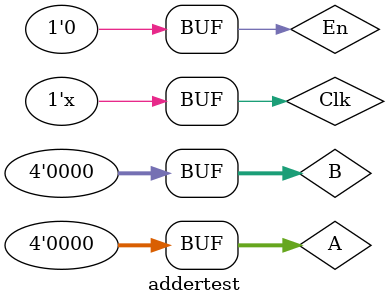
<source format=v>
`timescale 1ns / 1ps


module addertest;

	// Inputs
	reg [3:0] A;
	reg [3:0] B;
	reg Clk;
	reg En;

	// Outputs
	wire [3:0] Sum;
	wire Overflow;

	// Instantiate the Unit Under Test (UUT)
	adder uut (
		.A(A), 
		.B(B), 
		.Clk(Clk), 
		.En(En), 
		.Sum(Sum), 
		.Overflow(Overflow)
	);

	initial begin
		// Initialize Inputs
		A = 0;
		B = 0;
		Clk = 0;
		En = 0;

		// Wait 100 ns for global reset to finish
		#100;
		En = 1;
		#5;
		En =0;
		#5;
		// Add stimulus here
		
	end
      always #10 Clk <= ~Clk;
endmodule


</source>
